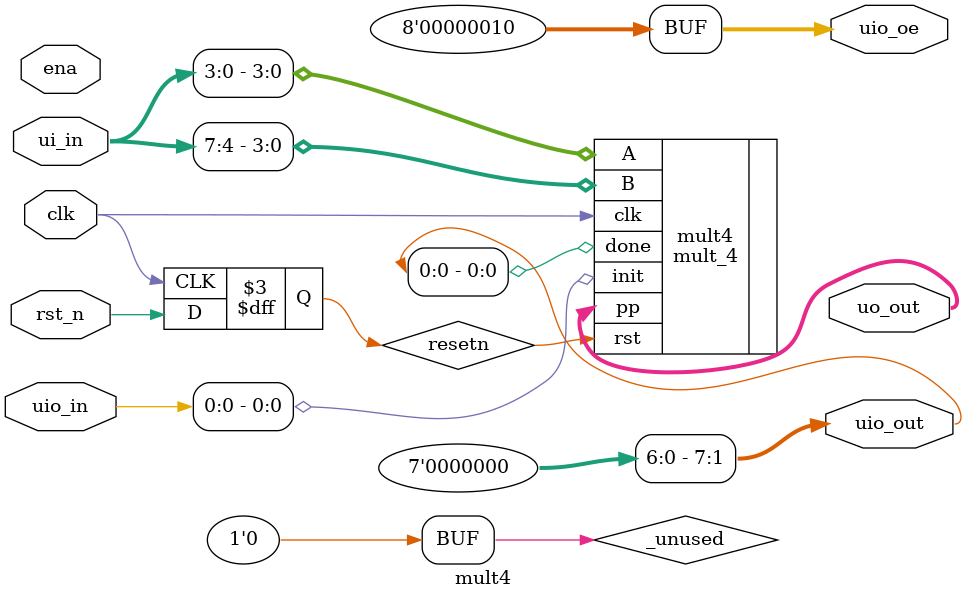
<source format=v>
/*
 * Copyright (c) 2024 Your Name
 * SPDX-License-Identifier: Apache-2.0
 */

`default_nettype none

module mult4 (
    input  wire [7:0] ui_in,    // Dedicated inputs
    output wire [7:0] uo_out,   // Dedicated outputs
    input  wire [7:0] uio_in,   // IOs: Input path
    output wire [7:0] uio_out,  // IOs: Output path
    output wire [7:0] uio_oe,   // IOs: Enable path (active high: 0=input, 1=output)
    input  wire       ena,      // always 1 when the design is powered, so you can ignore it
    input  wire       clk,      // clock
    input  wire       rst_n     // reset_n - low to reset
);

  // All output pins must be assigned. If not used, assign to 0.
  assign uio_out[7:1] = 0;
  assign uio_oe[0] = 1'b0;   // uio[0] es ENTRADA (init)
  assign uio_oe[1] = 1'b1;   // uio[1] es SALIDA (done)
  assign uio_oe[7:2] = 6'b0; // resto sin usar, como entradas

  // input reset:
  reg resetn;
  always @(negedge clk) resetn <=rst_n;
  
  //instance
  mult_4 mult4(
    .clk(clk),
    .rst(resetn),
    .A(ui_in[3:0]),
    .B(ui_in[7:4]),
    .pp(uo_out[7:0]),
    .init(uio_in[0]),
    .done(uio_out[0])
  );



  // List all unused inputs to prevent warnings
  wire _unused = &{ena,uio_in[7:1], 1'b0};


endmodule

</source>
